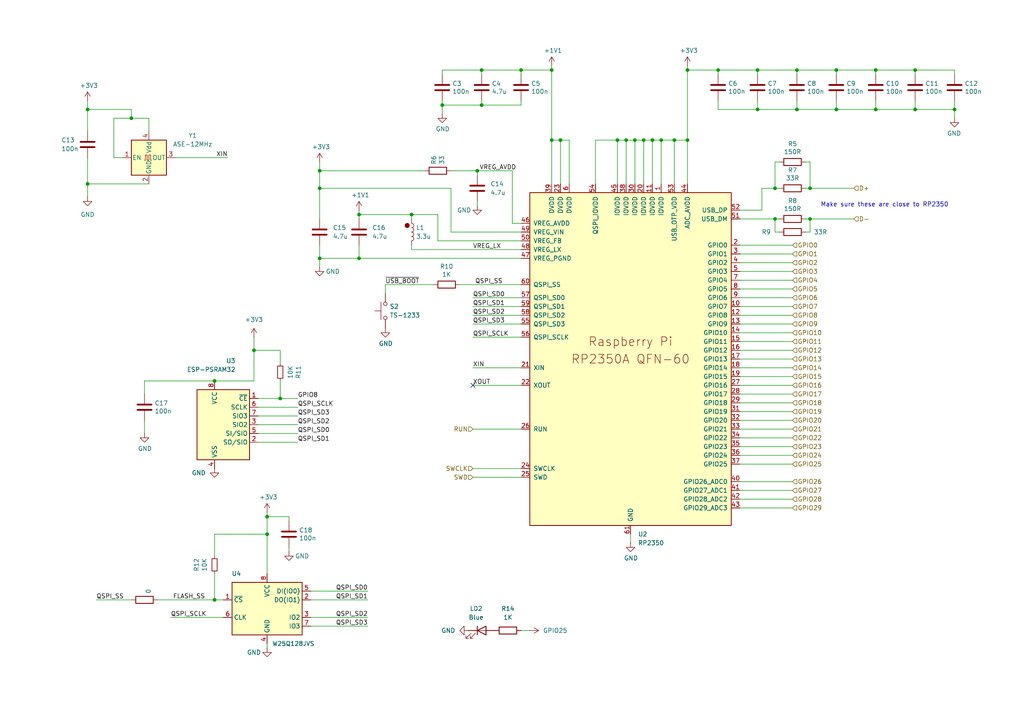
<source format=kicad_sch>
(kicad_sch (version 20250114) (generator "eeschema") (generator_version "9.0")
  (paper "A4")
  (title_block (title "MiniFRANK RM24") (date "2025-04-09") (rev "${VERSION}") (company "Mikhail Matveev") (comment 1 "https://github.com/xtremespb/frank"))
  (lib_symbols
    (symbol "+1V1_1" (power) (pin_numbers (hide yes)) (pin_names (offset 0) (hide yes))
      (property "Value" "+1V1" (at 0 3.556 0))
      (symbol "+1V1_1_0_1"
        (polyline (pts (xy -0.762 1.27) (xy 0 2.54)))
        (polyline (pts (xy 0 2.54) (xy 0.762 1.27)))
        (polyline (pts (xy 0 0) (xy 0 2.54)))
      )
      (symbol "+1V1_1_1_1"
        (pin power_in line (at 0 0 90) (length 0) (name "~") (number "1"))
      )
    )
    (symbol "+3V3_1" (power) (pin_numbers (hide yes)) (pin_names (offset 0) (hide yes))
      (property "Value" "+3V3" (at 0 3.556 0))
      (symbol "+3V3_1_0_1"
        (polyline (pts (xy -0.762 1.27) (xy 0 2.54)))
        (polyline (pts (xy 0 2.54) (xy 0.762 1.27)))
        (polyline (pts (xy 0 0) (xy 0 2.54)))
      )
      (symbol "+3V3_1_1_1"
        (pin power_in line (at 0 0 90) (length 0) (name "~") (number "1"))
      )
    )
    (symbol "+3V3_3" (power) (pin_numbers (hide yes)) (pin_names (offset 0) (hide yes))
      (property "Value" "+3V3" (at 0 3.556 0))
      (symbol "+3V3_3_0_1"
        (polyline (pts (xy -0.762 1.27) (xy 0 2.54)))
        (polyline (pts (xy 0 2.54) (xy 0.762 1.27)))
        (polyline (pts (xy 0 0) (xy 0 2.54)))
      )
      (symbol "+3V3_3_1_1"
        (pin power_in line (at 0 0 90) (length 0) (name "~") (number "1"))
      )
    )
    (symbol "Device:C" (pin_numbers (hide yes)) (pin_names (offset 0.254))
      (property "Reference" "C" (at 0.635 2.54 0))
      (property "Value" "C" (at 0.635 -2.54 0))
      (symbol "C_0_1"
        (polyline (pts (xy -2.032 0.762) (xy 2.032 0.762)) (stroke (width 0.508)))
        (polyline (pts (xy -2.032 -0.762) (xy 2.032 -0.762)) (stroke (width 0.508)))
      )
      (symbol "C_1_1"
        (pin passive line (at 0 3.81 270) (length 2.794) (name "~") (number "1"))
        (pin passive line (at 0 -3.81 90) (length 2.794) (name "~") (number "2"))
      )
    )
    (symbol "Device:L" (pin_numbers (hide yes)) (pin_names (offset 1.016) (hide yes))
      (property "Reference" "L" (at -1.27 0 90))
      (property "Value" "L" (at 1.905 0 90))
      (symbol "L_0_1"
        (arc (start 0 2.54) (mid 0.6323 1.905) (end 0 1.27))
        (arc (start 0 1.27) (mid 0.6323 0.635) (end 0 0))
        (arc (start 0 0) (mid 0.6323 -0.635) (end 0 -1.27))
        (arc (start 0 -1.27) (mid 0.6323 -1.905) (end 0 -2.54))
      )
      (symbol "L_1_1"
        (pin passive line (at 0 3.81 270) (length 1.27) (name "1") (number "1"))
        (pin passive line (at 0 -3.81 90) (length 1.27) (name "2") (number "2"))
      )
    )
    (symbol "Device:LED" (pin_numbers (hide yes)) (pin_names (offset 1.016) (hide yes))
      (property "Reference" "D" (at 0 2.54 0))
      (property "Value" "LED" (at 0 -2.54 0))
      (symbol "LED_0_1"
        (polyline (pts (xy -3.048 -0.762) (xy -4.572 -2.286) (xy -3.81 -2.286) (xy -4.572 -2.286) (xy -4.572 -1.524)))
        (polyline (pts (xy -1.778 -0.762) (xy -3.302 -2.286) (xy -2.54 -2.286) (xy -3.302 -2.286) (xy -3.302 -1.524)))
        (polyline (pts (xy -1.27 0) (xy 1.27 0)))
        (polyline (pts (xy -1.27 -1.27) (xy -1.27 1.27)) (stroke (width 0.254)))
        (polyline (pts (xy 1.27 -1.27) (xy 1.27 1.27) (xy -1.27 0) (xy 1.27 -1.27)) (stroke (width 0.254)))
      )
      (symbol "LED_1_1"
        (pin passive line (at -3.81 0 0) (length 2.54) (name "K") (number "1"))
        (pin passive line (at 3.81 0 180) (length 2.54) (name "A") (number "2"))
      )
    )
    (symbol "Device:R" (pin_numbers (hide yes)) (pin_names (offset 0))
      (property "Reference" "R" (at 2.032 0 90))
      (property "Value" "R" (at 0 0 90))
      (symbol "R_0_1"
        (rectangle (start -1.016 -2.54) (end 1.016 2.54) (stroke (width 0.254)))
      )
      (symbol "R_1_1"
        (pin passive line (at 0 3.81 270) (length 1.27) (name "~") (number "1"))
        (pin passive line (at 0 -3.81 90) (length 1.27) (name "~") (number "2"))
      )
    )
    (symbol "Device:R_Small" (pin_numbers (hide yes)) (pin_names (offset 0.254) (hide yes))
      (property "Reference" "R" (at 0.762 0.508 0))
      (property "Value" "R_Small" (at 0.762 -1.016 0))
      (symbol "R_Small_0_1"
        (rectangle (start -0.762 1.778) (end 0.762 -1.778) (stroke (width 0.2032)))
      )
      (symbol "R_Small_1_1"
        (pin passive line (at 0 2.54 270) (length 0.762) (name "~") (number "1"))
        (pin passive line (at 0 -2.54 90) (length 0.762) (name "~") (number "2"))
      )
    )
    (symbol "FRANK:ESP-PSRAM32"
      (property "Reference" "PSR1" (at -8.89 1.2701 0))
      (property "Value" "PSRAM" (at -8.89 -1.2699 0))
      (symbol "ESP-PSRAM32_0_1"
        (rectangle (start -7.62 10.16) (end 7.62 -10.16) (stroke (width 0.254)) (fill (type background)))
      )
      (symbol "ESP-PSRAM32_1_1"
        (pin power_in line (at -2.54 12.7 270) (length 2.54) (name "VCC") (number "8"))
        (pin power_in line (at -2.54 -12.7 90) (length 2.54) (name "VSS") (number "4"))
        (pin input line (at 10.16 7.62 180) (length 2.54) (name "~{CE}") (number "1"))
        (pin output line (at 10.16 5.08 180) (length 2.54) (name "SCLK") (number "6"))
        (pin bidirectional line (at 10.16 2.54 180) (length 2.54) (name "SIO3") (number "7"))
        (pin bidirectional line (at 10.16 0 180) (length 2.54) (name "SIO2") (number "3"))
        (pin input line (at 10.16 -2.54 180) (length 2.54) (name "SI/SIO") (number "5"))
        (pin output line (at 10.16 -5.08 180) (length 2.54) (name "SO/SIO") (number "2"))
      )
    )
    (symbol "FRANK:RP2350A" (pin_names (offset 1.016))
      (property "Reference" "U3" (at 2.1433 -50.8 0))
      (property "Value" "RP2350" (at 2.1433 -53.34 0))
      (symbol "RP2350A_0_0"
        (text "Raspberry Pi" (at 0 5.08 0) (effects (font (size 2.54 2.54))))
      )
      (symbol "RP2350A_0_1"
        (rectangle (start 29.21 48.26) (end -29.21 -48.26) (stroke (width 0.254)) (fill (type background)))
      )
      (symbol "RP2350A_1_0"
        (text "RP2350A QFN-60" (at 0 0 0) (effects (font (size 2.54 2.54))))
      )
      (symbol "RP2350A_1_1"
        (pin power_in line (at -31.75 39.37 0) (length 2.54) (name "VREG_AVDD") (number "46"))
        (pin power_in line (at -31.75 36.83 0) (length 2.54) (name "VREG_VIN") (number "49"))
        (pin input line (at -31.75 34.29 0) (length 2.54) (name "VREG_FB") (number "50"))
        (pin power_out line (at -31.75 31.75 0) (length 2.54) (name "VREG_LX") (number "48"))
        (pin power_in line (at -31.75 29.21 0) (length 2.54) (name "VREG_PGND") (number "47"))
        (pin bidirectional line (at -31.75 21.59 0) (length 2.54) (name "QSPI_SS") (number "60"))
        (pin bidirectional line (at -31.75 17.78 0) (length 2.54) (name "QSPI_SD0") (number "57"))
        (pin bidirectional line (at -31.75 15.24 0) (length 2.54) (name "QSPI_SD1") (number "59"))
        (pin bidirectional line (at -31.75 12.7 0) (length 2.54) (name "QSPI_SD2") (number "58"))
        (pin bidirectional line (at -31.75 10.16 0) (length 2.54) (name "QSPI_SD3") (number "55"))
        (pin output line (at -31.75 6.35 0) (length 2.54) (name "QSPI_SCLK") (number "56"))
        (pin input line (at -31.75 -2.54 0) (length 2.54) (name "XIN") (number "21"))
        (pin passive line (at -31.75 -7.62 0) (length 2.54) (name "XOUT") (number "22"))
        (pin input line (at -31.75 -20.32 0) (length 2.54) (name "RUN") (number "26"))
        (pin output line (at -31.75 -31.75 0) (length 2.54) (name "SWCLK") (number "24"))
        (pin bidirectional line (at -31.75 -34.29 0) (length 2.54) (name "SWD") (number "25"))
        (pin power_in line (at -22.86 50.8 270) (length 2.54) (name "DVDD") (number "39"))
        (pin power_in line (at -20.32 50.8 270) (length 2.54) (name "DVDD") (number "23"))
        (pin power_in line (at -17.78 50.8 270) (length 2.54) (name "DVDD") (number "6"))
        (pin power_in line (at -10.16 50.8 270) (length 2.54) (name "QSPI_IOVDD") (number "54"))
        (pin power_in line (at -3.81 50.8 270) (length 2.54) (name "IOVDD") (number "45"))
        (pin power_in line (at -1.27 50.8 270) (length 2.54) (name "IOVDD") (number "38"))
        (pin power_in line (at 0 -50.8 90) (length 2.54) (name "GND") (number "61"))
        (pin power_in line (at 1.27 50.8 270) (length 2.54) (name "IOVDD") (number "30"))
        (pin power_in line (at 3.81 50.8 270) (length 2.54) (name "IOVDD") (number "20"))
        (pin power_in line (at 6.35 50.8 270) (length 2.54) (name "IOVDD") (number "11"))
        (pin power_in line (at 8.89 50.8 270) (length 2.54) (name "IOVDD") (number "1"))
        (pin power_in line (at 12.7 50.8 270) (length 2.54) (name "USB_OTP_VDD") (number "53"))
        (pin power_in line (at 16.51 50.8 270) (length 2.54) (name "ADC_AVDD") (number "44"))
        (pin bidirectional line (at 31.75 43.18 180) (length 2.54) (name "USB_DP") (number "52"))
        (pin bidirectional line (at 31.75 40.64 180) (length 2.54) (name "USB_DM") (number "51"))
        (pin bidirectional line (at 31.75 33.02 180) (length 2.54) (name "GPIO0") (number "2"))
        (pin bidirectional line (at 31.75 30.48 180) (length 2.54) (name "GPIO1") (number "3"))
        (pin bidirectional line (at 31.75 27.94 180) (length 2.54) (name "GPIO2") (number "4"))
        (pin bidirectional line (at 31.75 25.4 180) (length 2.54) (name "GPIO3") (number "5"))
        (pin bidirectional line (at 31.75 22.86 180) (length 2.54) (name "GPIO4") (number "7"))
        (pin bidirectional line (at 31.75 20.32 180) (length 2.54) (name "GPIO5") (number "8"))
        (pin bidirectional line (at 31.75 17.78 180) (length 2.54) (name "GPIO6") (number "9"))
        (pin bidirectional line (at 31.75 15.24 180) (length 2.54) (name "GPIO7") (number "10"))
        (pin bidirectional line (at 31.75 12.7 180) (length 2.54) (name "GPIO8") (number "12"))
        (pin bidirectional line (at 31.75 10.16 180) (length 2.54) (name "GPIO9") (number "13"))
        (pin bidirectional line (at 31.75 7.62 180) (length 2.54) (name "GPIO10") (number "14"))
        (pin bidirectional line (at 31.75 5.08 180) (length 2.54) (name "GPIO11") (number "15"))
        (pin bidirectional line (at 31.75 2.54 180) (length 2.54) (name "GPIO12") (number "16"))
        (pin bidirectional line (at 31.75 0 180) (length 2.54) (name "GPIO13") (number "17"))
        (pin bidirectional line (at 31.75 -2.54 180) (length 2.54) (name "GPIO14") (number "18"))
        (pin bidirectional line (at 31.75 -5.08 180) (length 2.54) (name "GPIO15") (number "19"))
        (pin bidirectional line (at 31.75 -7.62 180) (length 2.54) (name "GPIO16") (number "27"))
        (pin bidirectional line (at 31.75 -10.16 180) (length 2.54) (name "GPIO17") (number "28"))
        (pin bidirectional line (at 31.75 -12.7 180) (length 2.54) (name "GPIO18") (number "29"))
        (pin bidirectional line (at 31.75 -15.24 180) (length 2.54) (name "GPIO19") (number "31"))
        (pin bidirectional line (at 31.75 -17.78 180) (length 2.54) (name "GPIO20") (number "32"))
        (pin bidirectional line (at 31.75 -20.32 180) (length 2.54) (name "GPIO21") (number "33"))
        (pin bidirectional line (at 31.75 -22.86 180) (length 2.54) (name "GPIO22") (number "34"))
        (pin bidirectional line (at 31.75 -25.4 180) (length 2.54) (name "GPIO23") (number "35"))
        (pin bidirectional line (at 31.75 -27.94 180) (length 2.54) (name "GPIO24") (number "36"))
        (pin bidirectional line (at 31.75 -30.48 180) (length 2.54) (name "GPIO25") (number "37"))
        (pin bidirectional line (at 31.75 -35.56 180) (length 2.54) (name "GPIO26_ADC0") (number "40"))
        (pin bidirectional line (at 31.75 -38.1 180) (length 2.54) (name "GPIO27_ADC1") (number "41"))
        (pin bidirectional line (at 31.75 -40.64 180) (length 2.54) (name "GPIO28_ADC2") (number "42"))
        (pin bidirectional line (at 31.75 -43.18 180) (length 2.54) (name "GPIO29_ADC3") (number "43"))
      )
    )
    (symbol "FRANK:W25Q128JVS"
      (property "Reference" "U5" (at -8.89 10.16 0))
      (property "Value" "W25Q128JVS" (at 7.62 -10.16 0))
      (symbol "W25Q128JVS_0_1"
        (rectangle (start -10.16 7.62) (end 10.16 -7.62) (stroke (width 0.254)) (fill (type background)))
      )
      (symbol "W25Q128JVS_1_1"
        (pin input line (at -12.7 2.54 0) (length 2.54) (name "~{CS}") (number "1"))
        (pin input line (at -12.7 -2.54 0) (length 2.54) (name "CLK") (number "6"))
        (pin power_in line (at 0 10.16 270) (length 2.54) (name "VCC") (number "8"))
        (pin power_in line (at 0 -10.16 90) (length 2.54) (name "GND") (number "4"))
        (pin bidirectional line (at 12.7 5.08 180) (length 2.54) (name "DI(IO0)") (number "5"))
        (pin bidirectional line (at 12.7 2.54 180) (length 2.54) (name "DO(IO1)") (number "2"))
        (pin bidirectional line (at 12.7 -2.54 180) (length 2.54) (name "IO2") (number "3"))
        (pin bidirectional line (at 12.7 -5.08 180) (length 2.54) (name "IO3") (number "7"))
      )
    )
    (symbol "GND_1" (power) (pin_numbers (hide yes)) (pin_names (offset 0) (hide yes))
      (property "Value" "GND" (at 0 -3.81 0))
      (symbol "GND_1_0_1"
        (polyline (pts (xy 0 0) (xy 0 -1.27) (xy 1.27 -1.27) (xy 0 -2.54) (xy -1.27 -1.27) (xy 0 -1.27)))
      )
      (symbol "GND_1_1_1"
        (pin power_in line (at 0 0 270) (length 0) (name "~") (number "1"))
      )
    )
    (symbol "GND_2" (power) (pin_numbers (hide yes)) (pin_names (offset 0) (hide yes))
      (property "Value" "GND" (at 0 -3.81 0))
      (symbol "GND_2_0_1"
        (polyline (pts (xy 0 0) (xy 0 -1.27) (xy 1.27 -1.27) (xy 0 -2.54) (xy -1.27 -1.27) (xy 0 -1.27)))
      )
      (symbol "GND_2_1_1"
        (pin power_in line (at 0 0 270) (length 0) (name "~") (number "1"))
      )
    )
    (symbol "GND_6" (power) (pin_numbers (hide yes)) (pin_names (offset 0) (hide yes))
      (property "Value" "GND" (at 0 -3.81 0))
      (symbol "GND_6_0_1"
        (polyline (pts (xy 0 0) (xy 0 -1.27) (xy 1.27 -1.27) (xy 0 -2.54) (xy -1.27 -1.27) (xy 0 -1.27)))
      )
      (symbol "GND_6_1_1"
        (pin power_in line (at 0 0 270) (length 0) (name "~") (number "1"))
      )
    )
    (symbol "Oscillator:ASE-xxxMHz" (pin_names (offset 0.254))
      (property "Reference" "Y" (at -5.08 6.35 0))
      (property "Value" "ASE-xxxMHz" (at 1.27 -6.35 0))
      (symbol "ASE-xxxMHz_0_1"
        (rectangle (start -5.08 5.08) (end 5.08 -5.08) (stroke (width 0.254)) (fill (type background)))
        (polyline (pts (xy -1.27 -0.762) (xy -1.016 -0.762) (xy -1.016 0.762) (xy -0.508 0.762) (xy -0.508 -0.762) (xy 0 -0.762) (xy 0 0.762) (xy 0.508 0.762) (xy 0.508 -0.762) (xy 0.762 -0.762)))
      )
      (symbol "ASE-xxxMHz_1_1"
        (pin input line (at -7.62 0 0) (length 2.54) (name "EN") (number "1"))
        (pin power_in line (at 0 7.62 270) (length 2.54) (name "Vdd") (number "4"))
        (pin power_in line (at 0 -7.62 90) (length 2.54) (name "GND") (number "2"))
        (pin output line (at 7.62 0 180) (length 2.54) (name "OUT") (number "3"))
      )
    )
    (symbol "Switch:SW_Push" (pin_numbers (hide yes)) (pin_names (offset 1.016) (hide yes))
      (property "Reference" "SW" (at 1.27 2.54 0))
      (property "Value" "SW_Push" (at 0 -1.524 0))
      (symbol "SW_Push_0_1"
        (circle (center -2.032 0) (radius 0.508))
        (polyline (pts (xy 0 1.27) (xy 0 3.048)))
        (circle (center 2.032 0) (radius 0.508))
        (polyline (pts (xy 2.54 1.27) (xy -2.54 1.27)))
        (pin passive line (at -5.08 0 0) (length 2.54) (name "1") (number "1"))
        (pin passive line (at 5.08 0 180) (length 2.54) (name "2") (number "2"))
      )
    )
    (symbol "power:+1V1" (power) (pin_numbers (hide yes)) (pin_names (offset 0) (hide yes))
      (property "Value" "+1V1" (at 0 3.556 0))
      (symbol "+1V1_0_1"
        (polyline (pts (xy -0.762 1.27) (xy 0 2.54)))
        (polyline (pts (xy 0 2.54) (xy 0.762 1.27)))
        (polyline (pts (xy 0 0) (xy 0 2.54)))
      )
      (symbol "+1V1_1_1"
        (pin power_in line (at 0 0 90) (length 0) (name "~") (number "1"))
      )
    )
    (symbol "power:+3V3" (power) (pin_numbers (hide yes)) (pin_names (offset 0) (hide yes))
      (property "Value" "+3V3" (at 0 3.556 0))
      (symbol "+3V3_0_1"
        (polyline (pts (xy -0.762 1.27) (xy 0 2.54)))
        (polyline (pts (xy 0 2.54) (xy 0.762 1.27)))
        (polyline (pts (xy 0 0) (xy 0 2.54)))
      )
      (symbol "+3V3_1_1"
        (pin power_in line (at 0 0 90) (length 0) (name "~") (number "1"))
      )
    )
    (symbol "power:GND" (power) (pin_numbers (hide yes)) (pin_names (offset 0) (hide yes))
      (property "Value" "GND" (at 0 -3.81 0))
      (symbol "GND_0_1"
        (polyline (pts (xy 0 0) (xy 0 -1.27) (xy 1.27 -1.27) (xy 0 -2.54) (xy -1.27 -1.27) (xy 0 -1.27)))
      )
      (symbol "GND_1_1"
        (pin power_in line (at 0 0 270) (length 0) (name "~") (number "1"))
      )
    )
  )
  (circle (center 118.11 65.405) (radius 0.635) (stroke (width 0) (color 132 0 0 1)) (fill (type color) (color 132 0 0 1)))
  (text "Make sure these are close to RP2350\n" (at 237.998 60.198 0) (effects (font (size 1.27 1.27)) (justify left bottom)))
  (junction (at 92.71 54.61))
  (junction (at 73.66 101.6))
  (junction (at 195.58 40.64))
  (junction (at 199.39 20.32))
  (junction (at 242.57 31.75))
  (junction (at 234.95 63.5))
  (junction (at 208.28 20.32))
  (junction (at 186.69 40.64))
  (junction (at 219.71 31.75))
  (junction (at 62.23 173.99))
  (junction (at 151.13 20.32))
  (junction (at 104.14 62.23))
  (junction (at 160.02 40.64))
  (junction (at 181.61 40.64))
  (junction (at 242.57 20.32))
  (junction (at 62.23 110.49))
  (junction (at 139.7 20.32))
  (junction (at 77.47 149.86))
  (junction (at 231.14 31.75))
  (junction (at 254 31.75))
  (junction (at 199.39 40.64))
  (junction (at 92.71 74.93))
  (junction (at 189.23 40.64))
  (junction (at 184.15 40.64))
  (junction (at 139.7 30.48))
  (junction (at 179.07 40.64))
  (junction (at 265.43 31.75))
  (junction (at 81.28 115.57))
  (junction (at 104.14 74.93))
  (junction (at 224.79 54.61))
  (junction (at 128.27 30.48))
  (junction (at 119.38 62.23))
  (junction (at 138.43 49.53))
  (junction (at 160.02 20.32))
  (junction (at 265.43 20.32))
  (junction (at 231.14 20.32))
  (junction (at 25.4 53.34))
  (junction (at 224.79 63.5))
  (junction (at 254 20.32))
  (junction (at 191.77 40.64))
  (junction (at 77.47 154.94))
  (junction (at 219.71 20.32))
  (junction (at 162.56 40.64))
  (junction (at 92.71 49.53))
  (junction (at 276.86 31.75))
  (junction (at 234.95 54.61))
  (junction (at 38.1 34.29))
  (junction (at 25.4 31.75))
  (no_connect (at 137.16 111.76))
  (wire (pts (xy 214.63 121.92) (xy 229.87 121.92)))
  (wire (pts (xy 214.63 93.98) (xy 229.87 93.98)))
  (wire (pts (xy 111.76 82.55) (xy 111.76 85.09)))
  (wire (pts (xy 233.68 54.61) (xy 234.95 54.61)))
  (wire (pts (xy 214.63 111.76) (xy 229.87 111.76)))
  (wire (pts (xy 214.63 129.54) (xy 229.87 129.54)))
  (wire (pts (xy 77.47 154.94) (xy 77.47 166.37)))
  (wire (pts (xy 214.63 99.06) (xy 229.87 99.06)))
  (wire (pts (xy 214.63 104.14) (xy 229.87 104.14)))
  (wire (pts (xy 127 62.23) (xy 119.38 62.23)))
  (wire (pts (xy 77.47 149.86) (xy 77.47 154.94)))
  (wire (pts (xy 138.43 59.69) (xy 138.43 58.42)))
  (wire (pts (xy 83.82 149.86) (xy 77.47 149.86)))
  (wire (pts (xy 77.47 148.59) (xy 77.47 149.86)))
  (wire (pts (xy 265.43 31.75) (xy 276.86 31.75)))
  (wire (pts (xy 83.82 151.13) (xy 83.82 149.86)))
  (wire (pts (xy 137.16 106.68) (xy 151.13 106.68)))
  (wire (pts (xy 231.14 21.59) (xy 231.14 20.32)))
  (wire (pts (xy 184.15 40.64) (xy 186.69 40.64)))
  (wire (pts (xy 92.71 49.53) (xy 123.19 49.53)))
  (wire (pts (xy 74.93 123.19) (xy 86.36 123.19)))
  (wire (pts (xy 90.17 173.99) (xy 106.68 173.99)))
  (wire (pts (xy 92.71 74.93) (xy 92.71 77.47)))
  (wire (pts (xy 83.82 158.75) (xy 83.82 160.02)))
  (wire (pts (xy 214.63 71.12) (xy 229.87 71.12)))
  (wire (pts (xy 138.43 49.53) (xy 148.59 49.53)))
  (wire (pts (xy 181.61 53.34) (xy 181.61 40.64)))
  (wire (pts (xy 151.13 30.48) (xy 151.13 29.21)))
  (wire (pts (xy 208.28 29.21) (xy 208.28 31.75)))
  (wire (pts (xy 276.86 29.21) (xy 276.86 31.75)))
  (wire (pts (xy 137.16 93.98) (xy 151.13 93.98)))
  (wire (pts (xy 128.27 20.32) (xy 139.7 20.32)))
  (wire (pts (xy 214.63 76.2) (xy 229.87 76.2)))
  (wire (pts (xy 77.47 186.69) (xy 77.47 187.96)))
  (wire (pts (xy 234.95 63.5) (xy 247.65 63.5)))
  (wire (pts (xy 139.7 20.32) (xy 151.13 20.32)))
  (wire (pts (xy 162.56 53.34) (xy 162.56 40.64)))
  (wire (pts (xy 242.57 31.75) (xy 231.14 31.75)))
  (wire (pts (xy 81.28 115.57) (xy 86.36 115.57)))
  (wire (pts (xy 62.23 161.29) (xy 62.23 154.94)))
  (wire (pts (xy 104.14 62.23) (xy 119.38 62.23)))
  (wire (pts (xy 73.66 97.79) (xy 73.66 101.6)))
  (wire (pts (xy 214.63 139.7) (xy 229.87 139.7)))
  (wire (pts (xy 208.28 21.59) (xy 208.28 20.32)))
  (wire (pts (xy 119.38 72.39) (xy 119.38 71.12)))
  (wire (pts (xy 162.56 40.64) (xy 160.02 40.64)))
  (wire (pts (xy 220.98 54.61) (xy 220.98 60.96)))
  (wire (pts (xy 214.63 91.44) (xy 229.87 91.44)))
  (wire (pts (xy 214.63 96.52) (xy 229.87 96.52)))
  (wire (pts (xy 224.79 63.5) (xy 224.79 67.31)))
  (wire (pts (xy 172.72 53.34) (xy 172.72 40.64)))
  (wire (pts (xy 90.17 181.61) (xy 106.68 181.61)))
  (wire (pts (xy 195.58 40.64) (xy 199.39 40.64)))
  (wire (pts (xy 104.14 63.5) (xy 104.14 62.23)))
  (wire (pts (xy 74.93 128.27) (xy 86.36 128.27)))
  (wire (pts (xy 214.63 147.32) (xy 229.87 147.32)))
  (wire (pts (xy 254 21.59) (xy 254 20.32)))
  (wire (pts (xy 151.13 21.59) (xy 151.13 20.32)))
  (wire (pts (xy 165.1 40.64) (xy 165.1 53.34)))
  (wire (pts (xy 160.02 20.32) (xy 160.02 40.64)))
  (wire (pts (xy 138.43 49.53) (xy 138.43 50.8)))
  (wire (pts (xy 92.71 54.61) (xy 130.81 54.61)))
  (wire (pts (xy 33.02 45.72) (xy 33.02 34.29)))
  (wire (pts (xy 90.17 179.07) (xy 106.68 179.07)))
  (wire (pts (xy 74.93 115.57) (xy 81.28 115.57)))
  (wire (pts (xy 276.86 21.59) (xy 276.86 20.32)))
  (wire (pts (xy 137.16 88.9) (xy 151.13 88.9)))
  (wire (pts (xy 25.4 53.34) (xy 43.18 53.34)))
  (wire (pts (xy 233.68 63.5) (xy 234.95 63.5)))
  (wire (pts (xy 199.39 20.32) (xy 208.28 20.32)))
  (wire (pts (xy 151.13 135.89) (xy 137.16 135.89)))
  (wire (pts (xy 214.63 127) (xy 229.87 127)))
  (wire (pts (xy 214.63 101.6) (xy 229.87 101.6)))
  (wire (pts (xy 242.57 20.32) (xy 254 20.32)))
  (wire (pts (xy 189.23 40.64) (xy 191.77 40.64)))
  (wire (pts (xy 92.71 54.61) (xy 92.71 63.5)))
  (wire (pts (xy 35.56 45.72) (xy 33.02 45.72)))
  (wire (pts (xy 219.71 21.59) (xy 219.71 20.32)))
  (wire (pts (xy 214.63 81.28) (xy 229.87 81.28)))
  (wire (pts (xy 226.06 67.31) (xy 224.79 67.31)))
  (wire (pts (xy 151.13 82.55) (xy 133.35 82.55)))
  (wire (pts (xy 181.61 40.64) (xy 184.15 40.64)))
  (wire (pts (xy 151.13 97.79) (xy 137.16 97.79)))
  (wire (pts (xy 49.53 179.07) (xy 64.77 179.07)))
  (wire (pts (xy 276.86 31.75) (xy 276.86 34.29)))
  (wire (pts (xy 130.81 54.61) (xy 130.81 67.31)))
  (wire (pts (xy 189.23 53.34) (xy 189.23 40.64)))
  (wire (pts (xy 41.91 110.49) (xy 41.91 114.3)))
  (wire (pts (xy 265.43 20.32) (xy 276.86 20.32)))
  (wire (pts (xy 233.68 67.31) (xy 234.95 67.31)))
  (wire (pts (xy 160.02 19.05) (xy 160.02 20.32)))
  (wire (pts (xy 151.13 182.88) (xy 153.67 182.88)))
  (wire (pts (xy 62.23 154.94) (xy 77.47 154.94)))
  (wire (pts (xy 234.95 63.5) (xy 234.95 67.31)))
  (wire (pts (xy 186.69 40.64) (xy 189.23 40.64)))
  (wire (pts (xy 254 20.32) (xy 265.43 20.32)))
  (wire (pts (xy 73.66 110.49) (xy 62.23 110.49)))
  (wire (pts (xy 151.13 111.76) (xy 137.16 111.76)))
  (wire (pts (xy 199.39 40.64) (xy 199.39 53.34)))
  (wire (pts (xy 62.23 166.37) (xy 62.23 173.99)))
  (wire (pts (xy 62.23 173.99) (xy 64.77 173.99)))
  (wire (pts (xy 214.63 134.62) (xy 229.87 134.62)))
  (wire (pts (xy 254 29.21) (xy 254 31.75)))
  (wire (pts (xy 45.72 173.99) (xy 62.23 173.99)))
  (wire (pts (xy 214.63 144.78) (xy 229.87 144.78)))
  (wire (pts (xy 186.69 53.34) (xy 186.69 40.64)))
  (wire (pts (xy 214.63 109.22) (xy 229.87 109.22)))
  (wire (pts (xy 265.43 29.21) (xy 265.43 31.75)))
  (wire (pts (xy 160.02 40.64) (xy 160.02 53.34)))
  (wire (pts (xy 162.56 40.64) (xy 165.1 40.64)))
  (wire (pts (xy 214.63 132.08) (xy 229.87 132.08)))
  (wire (pts (xy 195.58 53.34) (xy 195.58 40.64)))
  (wire (pts (xy 219.71 20.32) (xy 231.14 20.32)))
  (wire (pts (xy 92.71 71.12) (xy 92.71 74.93)))
  (wire (pts (xy 130.81 67.31) (xy 151.13 67.31)))
  (wire (pts (xy 127 69.85) (xy 127 62.23)))
  (wire (pts (xy 104.14 74.93) (xy 151.13 74.93)))
  (wire (pts (xy 265.43 21.59) (xy 265.43 20.32)))
  (wire (pts (xy 231.14 20.32) (xy 242.57 20.32)))
  (wire (pts (xy 92.71 49.53) (xy 92.71 54.61)))
  (wire (pts (xy 179.07 53.34) (xy 179.07 40.64)))
  (wire (pts (xy 128.27 30.48) (xy 128.27 33.02)))
  (wire (pts (xy 214.63 63.5) (xy 224.79 63.5)))
  (wire (pts (xy 182.88 154.94) (xy 182.88 157.48)))
  (wire (pts (xy 73.66 101.6) (xy 81.28 101.6)))
  (wire (pts (xy 219.71 29.21) (xy 219.71 31.75)))
  (wire (pts (xy 119.38 62.23) (xy 119.38 63.5)))
  (wire (pts (xy 234.95 54.61) (xy 247.65 54.61)))
  (wire (pts (xy 139.7 30.48) (xy 151.13 30.48)))
  (wire (pts (xy 125.73 82.55) (xy 111.76 82.55)))
  (wire (pts (xy 224.79 63.5) (xy 226.06 63.5)))
  (wire (pts (xy 151.13 20.32) (xy 160.02 20.32)))
  (wire (pts (xy 199.39 19.05) (xy 199.39 20.32)))
  (wire (pts (xy 199.39 20.32) (xy 199.39 40.64)))
  (wire (pts (xy 151.13 124.46) (xy 137.16 124.46)))
  (wire (pts (xy 214.63 114.3) (xy 229.87 114.3)))
  (wire (pts (xy 90.17 171.45) (xy 106.68 171.45)))
  (wire (pts (xy 214.63 86.36) (xy 229.87 86.36)))
  (wire (pts (xy 148.59 49.53) (xy 148.59 64.77)))
  (wire (pts (xy 242.57 29.21) (xy 242.57 31.75)))
  (wire (pts (xy 214.63 106.68) (xy 229.87 106.68)))
  (wire (pts (xy 25.4 29.21) (xy 25.4 31.75)))
  (wire (pts (xy 27.94 173.99) (xy 38.1 173.99)))
  (wire (pts (xy 214.63 142.24) (xy 229.87 142.24)))
  (wire (pts (xy 214.63 88.9) (xy 229.87 88.9)))
  (wire (pts (xy 104.14 71.12) (xy 104.14 74.93)))
  (wire (pts (xy 74.93 118.11) (xy 86.36 118.11)))
  (wire (pts (xy 208.28 20.32) (xy 219.71 20.32)))
  (wire (pts (xy 128.27 29.21) (xy 128.27 30.48)))
  (wire (pts (xy 224.79 54.61) (xy 224.79 46.99)))
  (wire (pts (xy 25.4 31.75) (xy 25.4 38.1)))
  (wire (pts (xy 81.28 101.6) (xy 81.28 105.41)))
  (wire (pts (xy 214.63 60.96) (xy 220.98 60.96)))
  (wire (pts (xy 25.4 31.75) (xy 38.1 31.75)))
  (wire (pts (xy 139.7 21.59) (xy 139.7 20.32)))
  (wire (pts (xy 43.18 34.29) (xy 43.18 38.1)))
  (wire (pts (xy 151.13 138.43) (xy 137.16 138.43)))
  (wire (pts (xy 25.4 57.15) (xy 25.4 53.34)))
  (wire (pts (xy 184.15 53.34) (xy 184.15 40.64)))
  (wire (pts (xy 128.27 30.48) (xy 139.7 30.48)))
  (wire (pts (xy 233.68 46.99) (xy 234.95 46.99)))
  (wire (pts (xy 234.95 46.99) (xy 234.95 54.61)))
  (wire (pts (xy 224.79 54.61) (xy 226.06 54.61)))
  (wire (pts (xy 128.27 21.59) (xy 128.27 20.32)))
  (wire (pts (xy 73.66 101.6) (xy 73.66 110.49)))
  (wire (pts (xy 137.16 86.36) (xy 151.13 86.36)))
  (wire (pts (xy 81.28 110.49) (xy 81.28 115.57)))
  (wire (pts (xy 41.91 121.92) (xy 41.91 125.73)))
  (wire (pts (xy 179.07 40.64) (xy 181.61 40.64)))
  (wire (pts (xy 38.1 31.75) (xy 38.1 34.29)))
  (wire (pts (xy 214.63 73.66) (xy 229.87 73.66)))
  (wire (pts (xy 224.79 46.99) (xy 226.06 46.99)))
  (wire (pts (xy 104.14 60.96) (xy 104.14 62.23)))
  (wire (pts (xy 214.63 116.84) (xy 229.87 116.84)))
  (wire (pts (xy 74.93 125.73) (xy 86.36 125.73)))
  (wire (pts (xy 151.13 69.85) (xy 127 69.85)))
  (wire (pts (xy 119.38 72.39) (xy 151.13 72.39)))
  (wire (pts (xy 191.77 40.64) (xy 191.77 53.34)))
  (wire (pts (xy 231.14 29.21) (xy 231.14 31.75)))
  (wire (pts (xy 214.63 124.46) (xy 229.87 124.46)))
  (wire (pts (xy 92.71 46.99) (xy 92.71 49.53)))
  (wire (pts (xy 219.71 31.75) (xy 208.28 31.75)))
  (wire (pts (xy 25.4 45.72) (xy 25.4 53.34)))
  (wire (pts (xy 265.43 31.75) (xy 254 31.75)))
  (wire (pts (xy 172.72 40.64) (xy 179.07 40.64)))
  (wire (pts (xy 214.63 119.38) (xy 229.87 119.38)))
  (wire (pts (xy 191.77 40.64) (xy 195.58 40.64)))
  (wire (pts (xy 137.16 91.44) (xy 151.13 91.44)))
  (wire (pts (xy 50.8 45.72) (xy 66.04 45.72)))
  (wire (pts (xy 38.1 34.29) (xy 43.18 34.29)))
  (wire (pts (xy 231.14 31.75) (xy 219.71 31.75)))
  (wire (pts (xy 33.02 34.29) (xy 38.1 34.29)))
  (wire (pts (xy 254 31.75) (xy 242.57 31.75)))
  (wire (pts (xy 139.7 29.21) (xy 139.7 30.48)))
  (wire (pts (xy 242.57 21.59) (xy 242.57 20.32)))
  (wire (pts (xy 92.71 74.93) (xy 104.14 74.93)))
  (wire (pts (xy 214.63 83.82) (xy 229.87 83.82)))
  (wire (pts (xy 220.98 54.61) (xy 224.79 54.61)))
  (wire (pts (xy 148.59 64.77) (xy 151.13 64.77)))
  (wire (pts (xy 74.93 120.65) (xy 86.36 120.65)))
  (wire (pts (xy 41.91 110.49) (xy 62.23 110.49)))
  (wire (pts (xy 130.81 49.53) (xy 138.43 49.53)))
  (wire (pts (xy 214.63 78.74) (xy 229.87 78.74)))
  (label "QSPI_SD2" (at 137.16 91.44 0))
  (label "VREG_AVDD" (at 139.065 49.53 0))
  (label "XOUT" (at 137.16 111.76 0))
  (label "QSPI_SS" (at 27.94 173.99 0))
  (label "QSPI_SD3" (at 137.16 93.98 0))
  (label "QSPI_SD2" (at 106.68 179.07 180))
  (label "QSPI_SS" (at 137.795 82.55 0))
  (label "QSPI_SD0" (at 86.36 125.73 0))
  (label "QSPI_SD3" (at 86.36 120.65 0))
  (label "~{USB_BOOT}" (at 111.76 82.55 0))
  (label "QSPI_SCLK" (at 49.53 179.07 0))
  (label "QSPI_SD1" (at 106.68 173.99 180))
  (label "QSPI_SD2" (at 86.36 123.19 0))
  (label "XIN" (at 137.16 106.68 0))
  (label "QSPI_SD0" (at 106.68 171.45 180))
  (label "GPIO8" (at 86.36 115.57 0))
  (label "XIN" (at 66.04 45.72 180))
  (label "QSPI_SCLK" (at 137.16 97.79 0))
  (label "QSPI_SD1" (at 86.36 128.27 0))
  (label "QSPI_SD3" (at 106.68 181.61 180))
  (label "QSPI_SD0" (at 137.16 86.36 0))
  (label "FLASH_SS" (at 50.165 173.99 0))
  (label "QSPI_SD1" (at 137.16 88.9 0))
  (label "VREG_LX" (at 137.16 72.39 0))
  (label "QSPI_SCLK" (at 86.36 118.11 0))
  (hierarchical_label "GPIO26" (shape input) (at 229.87 139.7 0))
  (hierarchical_label "RUN" (shape input) (at 137.16 124.46 180))
  (hierarchical_label "GPIO8" (shape input) (at 229.87 91.44 0))
  (hierarchical_label "GPIO5" (shape input) (at 229.87 83.82 0))
  (hierarchical_label "GPIO19" (shape input) (at 229.87 119.38 0))
  (hierarchical_label "D+" (shape input) (at 247.65 54.61 0))
  (hierarchical_label "GPIO7" (shape input) (at 229.87 88.9 0))
  (hierarchical_label "GPIO24" (shape input) (at 229.87 132.08 0))
  (hierarchical_label "GPIO1" (shape input) (at 229.87 73.66 0))
  (hierarchical_label "GPIO12" (shape input) (at 229.87 101.6 0))
  (hierarchical_label "D-" (shape input) (at 247.65 63.5 0))
  (hierarchical_label "GPIO21" (shape input) (at 229.87 124.46 0))
  (hierarchical_label "GPIO14" (shape input) (at 229.87 106.68 0))
  (hierarchical_label "SWCLK" (shape input) (at 137.16 135.89 180))
  (hierarchical_label "GPIO17" (shape input) (at 229.87 114.3 0))
  (hierarchical_label "GPIO9" (shape input) (at 229.87 93.98 0))
  (hierarchical_label "GPIO22" (shape input) (at 229.87 127 0))
  (hierarchical_label "GPIO6" (shape input) (at 229.87 86.36 0))
  (hierarchical_label "GPIO2" (shape input) (at 229.87 76.2 0))
  (hierarchical_label "GPIO0" (shape input) (at 229.87 71.12 0))
  (hierarchical_label "GPIO4" (shape input) (at 229.87 81.28 0))
  (hierarchical_label "GPIO27" (shape input) (at 229.87 142.24 0))
  (hierarchical_label "GPIO25" (shape input) (at 229.87 134.62 0))
  (hierarchical_label "GPIO29" (shape input) (at 229.87 147.32 0))
  (hierarchical_label "GPIO13" (shape input) (at 229.87 104.14 0))
  (hierarchical_label "GPIO15" (shape input) (at 229.87 109.22 0))
  (hierarchical_label "GPIO11" (shape input) (at 229.87 99.06 0))
  (hierarchical_label "GPIO10" (shape input) (at 229.87 96.52 0))
  (hierarchical_label "GPIO23" (shape input) (at 229.87 129.54 0))
  (hierarchical_label "GPIO20" (shape input) (at 229.87 121.92 0))
  (hierarchical_label "GPIO3" (shape input) (at 229.87 78.74 0))
  (hierarchical_label "SWD" (shape input) (at 137.16 138.43 180))
  (hierarchical_label "GPIO28" (shape input) (at 229.87 144.78 0))
  (hierarchical_label "GPIO18" (shape input) (at 229.87 116.84 0))
  (hierarchical_label "GPIO16" (shape input) (at 229.87 111.76 0))
  (symbol (lib_id "Device:R") (at 127 49.53 90) (unit 1)
    (property "Reference" "R6" (at 125.8316 47.752 0) (effects (justify left)))
    (property "Value" "33" (at 128.143 47.752 0) (effects (justify left)))
    (property "Footprint" "FRANK:Resistor (0402)" (effects (hide yes)))
    (property "Datasheet" "https://www.vishay.com/docs/28952/mcs0402at-mct0603at-mcu0805at-mca1206at.pdf" (effects (hide yes)))
    (property "AliExpress" "https://www.aliexpress.com/item/1005005945735199.html" (effects (hide yes)))
  )
  (symbol (lib_id "Device:C") (at 208.28 25.4 0) (unit 1)
    (property "Reference" "C6" (at 211.201 24.2316 0) (effects (justify left)))
    (property "Value" "100n" (at 211.201 26.543 0) (effects (justify left)))
    (property "Footprint" "FRANK:Capacitor (0402)" (effects (hide yes)))
    (property "Datasheet" "https://eu.mouser.com/datasheet/2/40/KGM_X7R-3223212.pdf" (effects (hide yes)))
    (property "AliExpress" "https://www.aliexpress.com/item/33008008276.html" (effects (hide yes)))
  )
  (symbol (lib_id "Device:C") (at 151.13 25.4 0) (unit 1)
    (property "Reference" "C5" (at 154.051 24.2316 0) (effects (justify left)))
    (property "Value" "100n" (at 154.051 26.543 0) (effects (justify left)))
    (property "Footprint" "FRANK:Capacitor (0402)" (effects (hide yes)))
    (property "Datasheet" "https://eu.mouser.com/datasheet/2/40/KGM_X7R-3223212.pdf" (effects (hide yes)))
    (property "AliExpress" "https://www.aliexpress.com/item/33008008276.html" (effects (hide yes)))
  )
  (symbol (lib_id "power:+1V1") (at 104.14 60.96 0) (unit 1)
    (property "Reference" "#PWR027" (effects (hide yes)))
    (property "Value" "+1V1" (at 104.521 56.5658 0))
    (property "Description" "Power symbol creates a global label with name \"+1V1\"" (effects (hide yes)))
  )
  (symbol (lib_id "Device:R") (at 229.87 54.61 270) (unit 1)
    (property "Reference" "R7" (at 229.87 49.3522 90))
    (property "Value" "33R" (at 229.87 51.6636 90))
    (property "Footprint" "FRANK:Resistor (0402)" (effects (hide yes)))
    (property "Datasheet" "https://www.vishay.com/docs/28952/mcs0402at-mct0603at-mcu0805at-mca1206at.pdf" (effects (hide yes)))
    (property "AliExpress" "https://www.aliexpress.com/item/1005005945735199.html" (effects (hide yes)))
  )
  (symbol (lib_id "Device:C") (at 231.14 25.4 0) (unit 1)
    (property "Reference" "C8" (at 234.061 24.2316 0) (effects (justify left)))
    (property "Value" "100n" (at 234.061 26.543 0) (effects (justify left)))
    (property "Footprint" "FRANK:Capacitor (0402)" (effects (hide yes)))
    (property "Datasheet" "https://eu.mouser.com/datasheet/2/40/KGM_X7R-3223212.pdf" (effects (hide yes)))
    (property "AliExpress" "https://www.aliexpress.com/item/33008008276.html" (effects (hide yes)))
  )
  (symbol (lib_id "power:GND") (at 128.27 33.02 0) (unit 1)
    (property "Reference" "#PWR022" (effects (hide yes)))
    (property "Value" "GND" (at 128.397 37.4142 0))
  )
  (symbol (lib_id "Device:C") (at 265.43 25.4 0) (unit 1)
    (property "Reference" "C11" (at 268.351 24.2316 0) (effects (justify left)))
    (property "Value" "100n" (at 268.351 26.543 0) (effects (justify left)))
    (property "Footprint" "FRANK:Capacitor (0402)" (effects (hide yes)))
    (property "Datasheet" "https://eu.mouser.com/datasheet/2/40/KGM_X7R-3223212.pdf" (effects (hide yes)))
    (property "AliExpress" "https://www.aliexpress.com/item/33008008276.html" (effects (hide yes)))
  )
  (symbol (lib_id "FRANK:ESP-PSRAM32") (at 64.77 123.19 0) (unit 1)
    (property "Reference" "U3" (at 68.326 104.648 0) (effects (justify right)))
    (property "Value" "ESP-PSRAM32" (at 68.326 107.188 0) (effects (justify right)))
    (property "Footprint" "FRANK:SO-8" (effects (hide yes)))
    (property "Datasheet" "https://www.espressif.com/sites/default/files/documentation/esp-psram32_datasheet_en.pdf" (effects (hide yes)))
    (property "AliExpress" "https://www.aliexpress.com/item/1005006440914173.html" (effects (hide yes)))
  )
  (symbol (lib_name "GND_1") (lib_id "power:GND") (at 41.91 125.73 0) (unit 1)
    (property "Reference" "#PWR031" (effects (hide yes)))
    (property "Value" "GND" (at 42.037 130.1242 0))
    (property "Description" "Power symbol creates a global label with name \"GND\" , ground" (effects (hide yes)))
  )
  (symbol (lib_id "Device:R_Small") (at 81.28 107.95 180) (unit 1)
    (property "Reference" "R11" (at 86.5378 107.95 90))
    (property "Value" "10K" (at 84.2264 107.95 90))
    (property "Footprint" "FRANK:Resistor (0402)" (effects (hide yes)))
    (property "Description" "Resistor, small symbol" (effects (hide yes)))
    (property "AliExpress" "https://www.vishay.com/docs/28952/mcs0402at-mct0603at-mcu0805at-mca1206at.pdf" (effects (hide yes)))
  )
  (symbol (lib_id "power:GND") (at 276.86 34.29 0) (mirror y) (unit 1)
    (property "Reference" "#PWR023" (effects (hide yes)))
    (property "Value" "GND" (at 276.733 38.6842 0))
  )
  (symbol (lib_id "power:GND") (at 111.76 95.25 0) (unit 1)
    (property "Reference" "#PWR029" (effects (hide yes)))
    (property "Value" "GND" (at 111.887 99.6442 0))
  )
  (symbol (lib_id "Device:C") (at 254 25.4 0) (unit 1)
    (property "Reference" "C10" (at 256.921 24.2316 0) (effects (justify left)))
    (property "Value" "100n" (at 256.921 26.543 0) (effects (justify left)))
    (property "Footprint" "FRANK:Capacitor (0402)" (effects (hide yes)))
    (property "Datasheet" "https://eu.mouser.com/datasheet/2/40/KGM_X7R-3223212.pdf" (effects (hide yes)))
    (property "AliExpress" "https://www.aliexpress.com/item/33008008276.html" (effects (hide yes)))
  )
  (symbol (lib_id "power:GND") (at 182.88 157.48 0) (unit 1)
    (property "Reference" "#PWR034" (effects (hide yes)))
    (property "Value" "GND" (at 183.007 161.8742 0))
  )
  (symbol (lib_id "Device:C") (at 242.57 25.4 0) (unit 1)
    (property "Reference" "C9" (at 245.491 24.2316 0) (effects (justify left)))
    (property "Value" "100n" (at 245.491 26.543 0) (effects (justify left)))
    (property "Footprint" "FRANK:Capacitor (0402)" (effects (hide yes)))
    (property "Datasheet" "https://eu.mouser.com/datasheet/2/40/KGM_X7R-3223212.pdf" (effects (hide yes)))
    (property "AliExpress" "https://www.aliexpress.com/item/33008008276.html" (effects (hide yes)))
  )
  (symbol (lib_id "Device:R") (at 147.32 182.88 90) (unit 1)
    (property "Reference" "R14" (at 147.32 176.53 90))
    (property "Value" "1K" (at 147.32 179.07 90))
    (property "Footprint" "FRANK:Resistor (0402)" (effects (hide yes)))
    (property "Datasheet" "https://www.vishay.com/docs/28952/mcs0402at-mct0603at-mcu0805at-mca1206at.pdf" (effects (hide yes)))
    (property "Description" "Resistor" (effects (hide yes)))
    (property "AliExpress" "https://www.vishay.com/docs/28952/mcs0402at-mct0603at-mcu0805at-mca1206at.pdf" (effects (hide yes)))
  )
  (symbol (lib_id "power:+3V3") (at 199.39 19.05 0) (unit 1)
    (property "Reference" "#PWR020" (effects (hide yes)))
    (property "Value" "+3V3" (at 199.771 14.6558 0))
  )
  (symbol (lib_id "Device:R") (at 229.87 63.5 270) (unit 1)
    (property "Reference" "R8" (at 229.87 58.2422 90))
    (property "Value" "150R" (at 229.87 60.5536 90))
    (property "Footprint" "FRANK:Resistor (0402)" (effects (hide yes)))
    (property "Datasheet" "https://www.vishay.com/docs/28952/mcs0402at-mct0603at-mcu0805at-mca1206at.pdf" (effects (hide yes)))
    (property "AliExpress" "https://www.aliexpress.com/item/1005005945735199.html" (effects (hide yes)))
  )
  (symbol (lib_id "power:GND") (at 77.47 187.96 0) (unit 1)
    (property "Reference" "#PWR038" (effects (hide yes)))
    (property "Value" "GND" (at 73.66 189.23 0))
  )
  (symbol (lib_id "power:+3V3") (at 25.4 29.21 0) (unit 1)
    (property "Reference" "#PWR021" (effects (hide yes)))
    (property "Value" "+3V3" (at 25.781 24.8158 0))
  )
  (symbol (lib_name "GND_6") (lib_id "power:GND") (at 62.23 135.89 0) (unit 1)
    (property "Reference" "#PWR032" (effects (hide yes)))
    (property "Value" "GND" (at 59.69 137.16 0) (effects (justify right)))
    (property "Description" "Power symbol creates a global label with name \"GND\" , ground" (effects (hide yes)))
  )
  (symbol (lib_name "+1V1_1") (lib_id "power:+1V1") (at 160.02 19.05 0) (unit 1)
    (property "Reference" "#PWR019" (effects (hide yes)))
    (property "Value" "+1V1" (at 160.401 14.6558 0))
    (property "Description" "Power symbol creates a global label with name \"+1V1\"" (effects (hide yes)))
  )
  (symbol (lib_id "power:GND") (at 83.82 160.02 0) (unit 1)
    (property "Reference" "#PWR035" (effects (hide yes)))
    (property "Value" "GND" (at 87.63 161.29 0))
  )
  (symbol (lib_id "Device:C") (at 41.91 118.11 0) (unit 1)
    (property "Reference" "C17" (at 44.831 116.9416 0) (effects (justify left)))
    (property "Value" "100n" (at 44.831 119.253 0) (effects (justify left)))
    (property "Footprint" "FRANK:Capacitor (0402)" (effects (hide yes)))
    (property "Datasheet" "https://eu.mouser.com/datasheet/2/40/KGM_X7R-3223212.pdf" (effects (hide yes)))
    (property "AliExpress" "https://www.aliexpress.com/item/33008008276.html" (effects (hide yes)))
  )
  (symbol (lib_id "Device:C") (at 139.7 25.4 0) (unit 1)
    (property "Reference" "C4" (at 142.621 24.2316 0) (effects (justify left)))
    (property "Value" "4.7u" (at 142.621 26.543 0) (effects (justify left)))
    (property "Footprint" "FRANK:Capacitor (0402)" (effects (hide yes)))
    (property "Datasheet" "https://eu.mouser.com/datasheet/2/40/KGM_X7R-3223212.pdf" (effects (hide yes)))
    (property "AliExpress" "https://www.aliexpress.com/item/1005005945735199.html" (effects (hide yes)))
  )
  (symbol (lib_name "+3V3_1") (lib_id "power:+3V3") (at 153.67 182.88 270) (unit 1)
    (property "Reference" "#PWR037" (effects (hide yes)))
    (property "Value" "GPIO25" (at 157.48 182.8799 90) (effects (justify left)))
    (property "Description" "Power symbol creates a global label with name \"+3V3\"" (effects (hide yes)))
  )
  (symbol (lib_id "Device:C") (at 219.71 25.4 0) (unit 1)
    (property "Reference" "C7" (at 222.631 24.2316 0) (effects (justify left)))
    (property "Value" "100n" (at 222.631 26.543 0) (effects (justify left)))
    (property "Footprint" "FRANK:Capacitor (0402)" (effects (hide yes)))
    (property "Datasheet" "https://eu.mouser.com/datasheet/2/40/KGM_X7R-3223212.pdf" (effects (hide yes)))
    (property "AliExpress" "https://www.aliexpress.com/item/33008008276.html" (effects (hide yes)))
  )
  (symbol (lib_id "FRANK:W25Q128JVS") (at 77.47 176.53 0) (unit 1)
    (property "Reference" "U4" (at 68.58 166.37 0))
    (property "Value" "W25Q128JVS" (at 85.09 186.69 0))
    (property "Footprint" "FRANK:SOIC-8" (effects (hide yes)))
    (property "Datasheet" "http://www.winbond.com/resource-files/w25q128jv_dtr%20revc%2003272018%20plus.pdf" (effects (hide yes)))
    (property "AliExpress" "https://www.aliexpress.com/item/1005004755562189.html?spm=a2g0o.order_list.order_list_main.57.5aa71802Thv4AB" (effects (hide yes)))
  )
  (symbol (lib_id "Device:L") (at 119.38 67.31 0) (unit 1)
    (property "Reference" "L1" (at 120.65 66.0399 0) (effects (justify left)))
    (property "Value" "3.3u" (at 120.65 68.5799 0) (effects (justify left)))
    (property "Footprint" "FRANK:Inductor (3225)" (effects (hide yes)))
    (property "Datasheet" "https://product.tdk.com/en/system/files/dam/doc/product/inductor/inductor/smd/catalog/inductor_commercial_decoupling_nlfv32-ef_en.pdf" (effects (hide yes)))
    (property "AliExpress" "https://www.aliexpress.com/item/1005007491864993.html" (effects (hide yes)))
  )
  (symbol (lib_id "Device:C") (at 104.14 67.31 0) (unit 1)
    (property "Reference" "C16" (at 107.95 66.0399 0) (effects (justify left)))
    (property "Value" "4.7u" (at 107.95 68.5799 0) (effects (justify left)))
    (property "Footprint" "FRANK:Capacitor (0402)" (effects (hide yes)))
    (property "Datasheet" "https://eu.mouser.com/datasheet/2/40/KGM_X7R-3223212.pdf" (effects (hide yes)))
    (property "AliExpress" "https://www.aliexpress.com/item/1005005945735199.html" (effects (hide yes)))
  )
  (symbol (lib_id "power:GND") (at 25.4 57.15 0) (unit 1)
    (property "Reference" "#PWR025" (effects (hide yes)))
    (property "Value" "GND" (at 25.4 62.23 0))
    (property "Description" "Power symbol creates a global label with name \"GND\" , ground" (effects (hide yes)))
  )
  (symbol (lib_id "Device:C") (at 83.82 154.94 0) (unit 1)
    (property "Reference" "C18" (at 86.741 153.7716 0) (effects (justify left)))
    (property "Value" "100n" (at 86.741 156.083 0) (effects (justify left)))
    (property "Footprint" "FRANK:Capacitor (0402)" (effects (hide yes)))
    (property "Datasheet" "https://eu.mouser.com/datasheet/2/40/KGM_X7R-3223212.pdf" (effects (hide yes)))
    (property "AliExpress" "https://www.aliexpress.com/item/33008008276.html" (effects (hide yes)))
  )
  (symbol (lib_id "power:+3V3") (at 92.71 46.99 0) (unit 1)
    (property "Reference" "#PWR024" (effects (hide yes)))
    (property "Value" "+3V3" (at 93.091 42.5958 0))
  )
  (symbol (lib_id "power:GND") (at 92.71 77.47 0) (mirror y) (unit 1)
    (property "Reference" "#PWR028" (effects (hide yes)))
    (property "Value" "GND" (at 96.52 78.74 0))
  )
  (symbol (lib_id "Device:R") (at 229.87 67.31 270) (unit 1)
    (property "Reference" "R9" (at 222.25 67.31 90))
    (property "Value" "33R" (at 237.998 67.31 90))
    (property "Footprint" "FRANK:Resistor (0402)" (effects (hide yes)))
    (property "Datasheet" "https://www.vishay.com/docs/28952/mcs0402at-mct0603at-mcu0805at-mca1206at.pdf" (effects (hide yes)))
    (property "AliExpress" "https://www.aliexpress.com/item/1005005945735199.html" (effects (hide yes)))
  )
  (symbol (lib_id "Device:C") (at 276.86 25.4 0) (unit 1)
    (property "Reference" "C12" (at 279.781 24.2316 0) (effects (justify left)))
    (property "Value" "100n" (at 279.781 26.543 0) (effects (justify left)))
    (property "Footprint" "FRANK:Capacitor (0402)" (effects (hide yes)))
    (property "Datasheet" "https://eu.mouser.com/datasheet/2/40/KGM_X7R-3223212.pdf" (effects (hide yes)))
    (property "AliExpress" "https://www.aliexpress.com/item/33008008276.html" (effects (hide yes)))
  )
  (symbol (lib_id "Device:C") (at 92.71 67.31 0) (unit 1)
    (property "Reference" "C15" (at 96.52 66.0399 0) (effects (justify left)))
    (property "Value" "4.7u" (at 96.52 68.5799 0) (effects (justify left)))
    (property "Footprint" "FRANK:Capacitor (0402)" (effects (hide yes)))
    (property "Datasheet" "https://eu.mouser.com/datasheet/2/40/KGM_X7R-3223212.pdf" (effects (hide yes)))
    (property "AliExpress" "https://www.aliexpress.com/item/1005005945735199.html" (effects (hide yes)))
  )
  (symbol (lib_id "Device:R_Small") (at 62.23 163.83 0) (unit 1)
    (property "Reference" "R12" (at 56.9722 163.83 90))
    (property "Value" "10K" (at 59.2836 163.83 90))
    (property "Footprint" "FRANK:Resistor (0402)" (effects (hide yes)))
    (property "Description" "Resistor, small symbol" (effects (hide yes)))
    (property "AliExpress" "https://www.vishay.com/docs/28952/mcs0402at-mct0603at-mcu0805at-mca1206at.pdf" (effects (hide yes)))
  )
  (symbol (lib_name "+3V3_3") (lib_id "power:+3V3") (at 73.66 97.79 0) (unit 1)
    (property "Reference" "#PWR030" (effects (hide yes)))
    (property "Value" "+3V3" (at 73.66 92.71 0))
    (property "Description" "Power symbol creates a global label with name \"+3V3\"" (effects (hide yes)))
  )
  (symbol (lib_id "Device:R") (at 229.87 46.99 270) (unit 1)
    (property "Reference" "R5" (at 229.87 41.7322 90))
    (property "Value" "150R" (at 229.87 44.0436 90))
    (property "Footprint" "FRANK:Resistor (0402)" (effects (hide yes)))
    (property "Datasheet" "https://www.vishay.com/docs/28952/mcs0402at-mct0603at-mcu0805at-mca1206at.pdf" (effects (hide yes)))
    (property "AliExpress" "https://www.aliexpress.com/item/1005005945735199.html" (effects (hide yes)))
  )
  (symbol (lib_id "FRANK:RP2350A") (at 182.88 104.14 0) (unit 1)
    (property "Reference" "U2" (at 185.0233 154.94 0) (effects (justify left)))
    (property "Value" "RP2350" (at 185.0233 157.48 0) (effects (justify left)))
    (property "Footprint" "FRANK:QFN 60 (RP2350A)" (effects (hide yes)))
    (property "Datasheet" "https://datasheets.raspberrypi.com/rp2350/rp2350-datasheet.pdf" (effects (hide yes)))
    (property "AliExpress" "https://www.aliexpress.com/item/1005008141674230.html" (effects (hide yes)))
  )
  (symbol (lib_id "Oscillator:ASE-xxxMHz") (at 43.18 45.72 0) (unit 1)
    (property "Reference" "Y1" (at 55.88 39.2998 0))
    (property "Value" "ASE-12MHz" (at 55.88 41.8398 0))
    (property "Footprint" "FRANK:Crystal (3225, active)" (effects (hide yes)))
    (property "Datasheet" "https://www.micros.com.pl/mediaserver/info-qg16.0000%20smd.pdf" (effects (hide yes)))
    (property "Description" "3.3V CMOS SMD Crystal Clock Oscillator, Abracon" (effects (hide yes)))
    (property "AliExpress" "https://www.aliexpress.com/item/1005006907977225.html" (effects (hide yes)))
  )
  (symbol (lib_id "Device:R") (at 129.54 82.55 270) (unit 1)
    (property "Reference" "R10" (at 129.54 77.2922 90))
    (property "Value" "1K" (at 129.54 79.6036 90))
    (property "Footprint" "FRANK:Resistor (0402)" (effects (hide yes)))
    (property "Datasheet" "https://www.vishay.com/docs/28952/mcs0402at-mct0603at-mcu0805at-mca1206at.pdf" (effects (hide yes)))
    (property "AliExpress" "https://www.vishay.com/docs/28952/mcs0402at-mct0603at-mcu0805at-mca1206at.pdf" (effects (hide yes)))
  )
  (symbol (lib_id "Device:C") (at 25.4 41.91 0) (unit 1)
    (property "Reference" "C13" (at 17.78 40.64 0) (effects (justify left)))
    (property "Value" "100n" (at 17.78 43.1769 0) (effects (justify left)))
    (property "Footprint" "FRANK:Capacitor (0402)" (effects (hide yes)))
    (property "Datasheet" "https://eu.mouser.com/datasheet/2/40/KGM_X7R-3223212.pdf" (effects (hide yes)))
    (property "AliExpress" "https://www.aliexpress.com/item/33008008276.html" (effects (hide yes)))
  )
  (symbol (lib_id "Device:LED") (at 139.7 182.88 0) (unit 1)
    (property "Reference" "LD2" (at 138.1125 176.53 0))
    (property "Value" "Blue" (at 138.1125 179.07 0))
    (property "Footprint" "FRANK:LED (0402)" (effects (hide yes)))
    (property "Datasheet" "https://www.farnell.com/datasheets/1760130.pdf" (effects (hide yes)))
    (property "Description" "Light emitting diode" (effects (hide yes)))
    (property "AliExpress" "https://www.aliexpress.com/item/1005007252088951.html" (effects (hide yes)))
    (property "Sim.Pins" "1=K 2=A" (effects (hide yes)))
  )
  (symbol (lib_id "power:GND") (at 138.43 59.69 0) (unit 1)
    (property "Reference" "#PWR026" (effects (hide yes)))
    (property "Value" "GND" (at 134.62 60.96 0))
  )
  (symbol (lib_name "GND_2") (lib_id "power:GND") (at 135.89 182.88 270) (unit 1)
    (property "Reference" "#PWR036" (effects (hide yes)))
    (property "Value" "GND" (at 132.08 182.8799 90) (effects (justify right)))
    (property "Description" "Power symbol creates a global label with name \"GND\" , ground" (effects (hide yes)))
  )
  (symbol (lib_id "Device:C") (at 128.27 25.4 0) (unit 1)
    (property "Reference" "C3" (at 131.191 24.2316 0) (effects (justify left)))
    (property "Value" "100n" (at 131.191 26.543 0) (effects (justify left)))
    (property "Footprint" "FRANK:Capacitor (0402)" (effects (hide yes)))
    (property "Datasheet" "https://eu.mouser.com/datasheet/2/40/KGM_X7R-3223212.pdf" (effects (hide yes)))
    (property "AliExpress" "https://www.aliexpress.com/item/33008008276.html" (effects (hide yes)))
  )
  (symbol (lib_id "Switch:SW_Push") (at 111.76 90.17 90) (unit 1)
    (property "Reference" "S2" (at 113.03 88.8999 90) (effects (justify right)))
    (property "Value" "TS-1233" (at 113.03 91.4399 90) (effects (justify right)))
    (property "Footprint" "FRANK:Button (SMD, 3x3mm, 1-1)" (effects (hide yes)))
    (property "Datasheet" "https://parts4laptops.eu/en/microbuttons/3300-microbutton-tact-switch-ts-1233-33x33x15mm-smt-mounting.html" (effects (hide yes)))
    (property "AliExpress" "https://www.aliexpress.com/item/1005007359248990.html" (effects (hide yes)))
  )
  (symbol (lib_id "Device:R") (at 41.91 173.99 90) (unit 1)
    (property "Reference" "R13" (effects (hide yes)))
    (property "Value" "0" (at 43.053 172.212 0) (effects (justify left)))
    (property "Footprint" "FRANK:Resistor (0402)" (effects (hide yes)))
    (property "Datasheet" "https://www.vishay.com/docs/28952/mcs0402at-mct0603at-mcu0805at-mca1206at.pdf" (effects (hide yes)))
    (property "AliExpress" "https://www.aliexpress.com/item/33008008276.html" (effects (hide yes)))
  )
  (symbol (lib_id "Device:C") (at 138.43 54.61 0) (unit 1)
    (property "Reference" "C14" (at 142.24 53.3399 0) (effects (justify left)))
    (property "Value" "4.7u" (at 142.24 55.8799 0) (effects (justify left)))
    (property "Footprint" "FRANK:Capacitor (0402)" (effects (hide yes)))
    (property "Datasheet" "https://eu.mouser.com/datasheet/2/40/KGM_X7R-3223212.pdf" (effects (hide yes)))
    (property "AliExpress" "https://www.aliexpress.com/item/1005005945735199.html" (effects (hide yes)))
  )
  (symbol (lib_id "power:+3V3") (at 77.47 148.59 0) (unit 1)
    (property "Reference" "#PWR033" (effects (hide yes)))
    (property "Value" "+3V3" (at 77.851 144.1958 0))
  )
)
</source>
